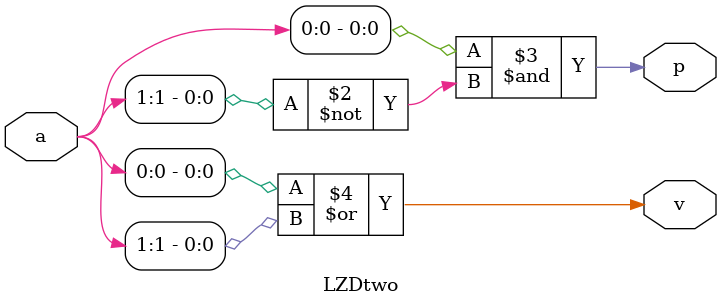
<source format=v>
`timescale 1ns / 1ps


module LZDtwo(
    input [1:0] a,
    output reg p,
    output reg v
    );
   initial begin
   p=0;
   v=0;
   end
   
   always@(a)
   begin
   p <= a[0]& (~a[1]);
   v <= a[0]|a[1];
   end
   
endmodule

</source>
